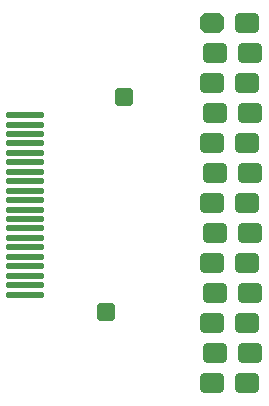
<source format=gbr>
%TF.GenerationSoftware,Altium Limited,Altium Designer,25.5.2 (35)*%
G04 Layer_Color=255*
%FSLAX45Y45*%
%MOMM*%
%TF.SameCoordinates,F9D1B48F-3E51-4A7C-A873-13CCE31A6061*%
%TF.FilePolarity,Positive*%
%TF.FileFunction,Pads,Top*%
%TF.Part,Single*%
G01*
G75*
%TA.AperFunction,SMDPad,CuDef*%
G04:AMPARAMS|DCode=10|XSize=3.2mm|YSize=0.5mm|CornerRadius=0.125mm|HoleSize=0mm|Usage=FLASHONLY|Rotation=0.000|XOffset=0mm|YOffset=0mm|HoleType=Round|Shape=RoundedRectangle|*
%AMROUNDEDRECTD10*
21,1,3.20000,0.25000,0,0,0.0*
21,1,2.95000,0.50000,0,0,0.0*
1,1,0.25000,1.47500,-0.12500*
1,1,0.25000,-1.47500,-0.12500*
1,1,0.25000,-1.47500,0.12500*
1,1,0.25000,1.47500,0.12500*
%
%ADD10ROUNDEDRECTD10*%
%TA.AperFunction,ComponentPad*%
G04:AMPARAMS|DCode=14|XSize=1.7mm|YSize=2.1mm|CornerRadius=0.425mm|HoleSize=0mm|Usage=FLASHONLY|Rotation=270.000|XOffset=0mm|YOffset=0mm|HoleType=Round|Shape=RoundedRectangle|*
%AMROUNDEDRECTD14*
21,1,1.70000,1.25001,0,0,270.0*
21,1,0.85000,2.10000,0,0,270.0*
1,1,0.85000,-0.62500,-0.42500*
1,1,0.85000,-0.62500,0.42500*
1,1,0.85000,0.62500,0.42500*
1,1,0.85000,0.62500,-0.42500*
%
%ADD14ROUNDEDRECTD14*%
G04:AMPARAMS|DCode=15|XSize=1.7mm|YSize=2.1mm|CornerRadius=0mm|HoleSize=0mm|Usage=FLASHONLY|Rotation=270.000|XOffset=0mm|YOffset=0mm|HoleType=Round|Shape=Octagon|*
%AMOCTAGOND15*
4,1,8,1.05000,0.42500,1.05000,-0.42500,0.62500,-0.85000,-0.62500,-0.85000,-1.05000,-0.42500,-1.05000,0.42500,-0.62500,0.85000,0.62500,0.85000,1.05000,0.42500,0.0*
%
%ADD15OCTAGOND15*%

G04:AMPARAMS|DCode=16|XSize=1.55mm|YSize=1.6mm|CornerRadius=0.3875mm|HoleSize=0mm|Usage=FLASHONLY|Rotation=270.000|XOffset=0mm|YOffset=0mm|HoleType=Round|Shape=RoundedRectangle|*
%AMROUNDEDRECTD16*
21,1,1.55000,0.82500,0,0,270.0*
21,1,0.77500,1.60000,0,0,270.0*
1,1,0.77500,-0.41250,-0.38750*
1,1,0.77500,-0.41250,0.38750*
1,1,0.77500,0.41250,0.38750*
1,1,0.77500,0.41250,-0.38750*
%
%ADD16ROUNDEDRECTD16*%
D10*
X300000Y1140000D02*
D03*
Y1060000D02*
D03*
Y1220000D02*
D03*
Y980000D02*
D03*
Y1380000D02*
D03*
Y1300000D02*
D03*
Y1620000D02*
D03*
Y1460000D02*
D03*
Y1860000D02*
D03*
Y1540000D02*
D03*
Y1780000D02*
D03*
Y1700000D02*
D03*
Y2020000D02*
D03*
Y2260000D02*
D03*
Y2340000D02*
D03*
Y2420000D02*
D03*
Y1940000D02*
D03*
Y2500000D02*
D03*
Y2100000D02*
D03*
Y2180000D02*
D03*
D14*
X2174000Y232000D02*
D03*
X2200000Y486000D02*
D03*
X2174000Y740000D02*
D03*
X2200000Y994000D02*
D03*
X2174000Y1248000D02*
D03*
X2200000Y1502000D02*
D03*
X2174000Y1756000D02*
D03*
X2200000Y2010000D02*
D03*
X2174000Y2264000D02*
D03*
X2200000Y2518000D02*
D03*
X2174000Y2772000D02*
D03*
X2200000Y3026000D02*
D03*
X2174000Y3280000D02*
D03*
X1880000Y232000D02*
D03*
X1906000Y486000D02*
D03*
X1880000Y740000D02*
D03*
X1906000Y994000D02*
D03*
X1880000Y1248000D02*
D03*
X1906000Y1502000D02*
D03*
X1880000Y1756000D02*
D03*
X1906000Y2010000D02*
D03*
X1880000Y2264000D02*
D03*
X1906000Y2518000D02*
D03*
X1880000Y2772000D02*
D03*
X1906000Y3026000D02*
D03*
D15*
X1880000Y3280000D02*
D03*
D16*
X982999Y830000D02*
D03*
X1132999Y2650000D02*
D03*
%TF.MD5,8976bf9351714f7a0e82efafbae0ef28*%
M02*

</source>
